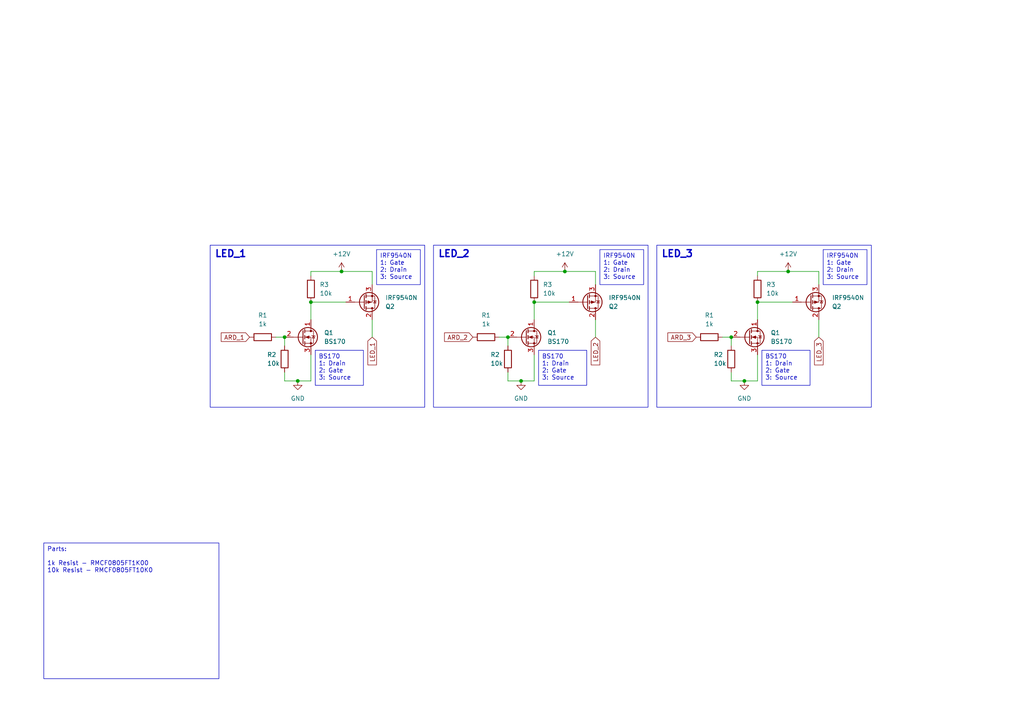
<source format=kicad_sch>
(kicad_sch (version 20230121) (generator eeschema)
  (paper "A4")
  (title_block (title "LED Stacklight Control Circuit") (rev "2") (company "Andrew McGhee"))
  (lib_symbols
    (symbol "Device:R" (pin_numbers hide) (pin_names (offset 0))
      (property "Reference" "R" (at 2.032 0 90))
      (property "Value" "R" (at 0 0 90))
      (symbol "R_0_1"
        (rectangle (start -1.016 -2.54) (end 1.016 2.54) (stroke (width 0.254)))
      )
      (symbol "R_1_1"
        (pin passive line (at 0 3.81 270) (length 1.27) (name "~") (number "1"))
        (pin passive line (at 0 -3.81 90) (length 1.27) (name "~") (number "2"))
      )
    )
    (symbol "Transistor_FET:BS170" (pin_names hide)
      (property "Reference" "Q" (at 5.08 1.905 0))
      (property "Value" "BS170" (at 5.08 0 0))
      (symbol "BS170_0_1"
        (polyline (pts (xy 0.254 0) (xy -2.54 0)))
        (polyline (pts (xy 0.254 1.905) (xy 0.254 -1.905)) (stroke (width 0.254)))
        (polyline (pts (xy 0.762 -1.27) (xy 0.762 -2.286)) (stroke (width 0.254)))
        (polyline (pts (xy 0.762 0.508) (xy 0.762 -0.508)) (stroke (width 0.254)))
        (polyline (pts (xy 0.762 2.286) (xy 0.762 1.27)) (stroke (width 0.254)))
        (polyline (pts (xy 2.54 2.54) (xy 2.54 1.778)))
        (polyline (pts (xy 2.54 -2.54) (xy 2.54 0) (xy 0.762 0)))
        (polyline (pts (xy 0.762 -1.778) (xy 3.302 -1.778) (xy 3.302 1.778) (xy 0.762 1.778)))
        (polyline (pts (xy 1.016 0) (xy 2.032 0.381) (xy 2.032 -0.381) (xy 1.016 0)) (fill (type outline)))
        (polyline (pts (xy 2.794 0.508) (xy 2.921 0.381) (xy 3.683 0.381) (xy 3.81 0.254)))
        (polyline (pts (xy 3.302 0.381) (xy 2.921 -0.254) (xy 3.683 -0.254) (xy 3.302 0.381)))
        (circle (center 1.651 0) (radius 2.794) (stroke (width 0.254)))
        (circle (center 2.54 -1.778) (radius 0.254) (fill (type outline)))
        (circle (center 2.54 1.778) (radius 0.254) (fill (type outline)))
      )
      (symbol "BS170_1_1"
        (pin passive line (at 2.54 5.08 270) (length 2.54) (name "D") (number "1"))
        (pin input line (at -5.08 0 0) (length 2.54) (name "G") (number "2"))
        (pin passive line (at 2.54 -5.08 90) (length 2.54) (name "S") (number "3"))
      )
    )
    (symbol "Transistor_FET:IRF9540N" (pin_names hide)
      (property "Reference" "Q" (at 5.08 1.905 0))
      (property "Value" "IRF9540N" (at 5.08 0 0))
      (symbol "IRF9540N_0_1"
        (polyline (pts (xy 0.254 0) (xy -2.54 0)))
        (polyline (pts (xy 0.254 1.905) (xy 0.254 -1.905)) (stroke (width 0.254)))
        (polyline (pts (xy 0.762 -1.27) (xy 0.762 -2.286)) (stroke (width 0.254)))
        (polyline (pts (xy 0.762 0.508) (xy 0.762 -0.508)) (stroke (width 0.254)))
        (polyline (pts (xy 0.762 2.286) (xy 0.762 1.27)) (stroke (width 0.254)))
        (polyline (pts (xy 2.54 2.54) (xy 2.54 1.778)))
        (polyline (pts (xy 2.54 -2.54) (xy 2.54 0) (xy 0.762 0)))
        (polyline (pts (xy 0.762 1.778) (xy 3.302 1.778) (xy 3.302 -1.778) (xy 0.762 -1.778)))
        (polyline (pts (xy 2.286 0) (xy 1.27 0.381) (xy 1.27 -0.381) (xy 2.286 0)) (fill (type outline)))
        (polyline (pts (xy 2.794 -0.508) (xy 2.921 -0.381) (xy 3.683 -0.381) (xy 3.81 -0.254)))
        (polyline (pts (xy 3.302 -0.381) (xy 2.921 0.254) (xy 3.683 0.254) (xy 3.302 -0.381)))
        (circle (center 1.651 0) (radius 2.794) (stroke (width 0.254)))
        (circle (center 2.54 -1.778) (radius 0.254) (fill (type outline)))
        (circle (center 2.54 1.778) (radius 0.254) (fill (type outline)))
      )
      (symbol "IRF9540N_1_1"
        (pin input line (at -5.08 0 0) (length 2.54) (name "G") (number "1"))
        (pin passive line (at 2.54 5.08 270) (length 2.54) (name "D") (number "2"))
        (pin passive line (at 2.54 -5.08 90) (length 2.54) (name "S") (number "3"))
      )
    )
    (symbol "power:+12V" (power) (pin_names (offset 0))
      (property "Value" "+12V" (at 0 3.556 0))
      (symbol "+12V_0_1"
        (polyline (pts (xy -0.762 1.27) (xy 0 2.54)))
        (polyline (pts (xy 0 0) (xy 0 2.54)))
        (polyline (pts (xy 0 2.54) (xy 0.762 1.27)))
      )
      (symbol "+12V_1_1"
        (pin power_in line (at 0 0 90) (length 0) hide (name "+12V") (number "1"))
      )
    )
    (symbol "power:GND" (power) (pin_names (offset 0))
      (property "Value" "GND" (at 0 -3.81 0))
      (symbol "GND_0_1"
        (polyline (pts (xy 0 0) (xy 0 -1.27) (xy 1.27 -1.27) (xy 0 -2.54) (xy -1.27 -1.27) (xy 0 -1.27)))
      )
      (symbol "GND_1_1"
        (pin power_in line (at 0 0 270) (length 0) hide (name "GND") (number "1"))
      )
    )
  )
  (junction (at 212.09 97.79))
  (junction (at 86.36 110.49))
  (junction (at 82.55 97.79))
  (junction (at 151.13 110.49))
  (junction (at 219.71 87.63))
  (junction (at 147.32 97.79))
  (junction (at 90.17 87.63))
  (junction (at 163.83 78.74))
  (junction (at 215.9 110.49))
  (junction (at 99.06 78.74))
  (junction (at 228.6 78.74))
  (junction (at 154.94 87.63))
  (wire (pts (xy 151.13 110.49) (xy 154.94 110.49)))
  (wire (pts (xy 228.6 78.74) (xy 219.71 78.74)))
  (wire (pts (xy 154.94 102.87) (xy 154.94 110.49)))
  (wire (pts (xy 163.83 78.74) (xy 154.94 78.74)))
  (wire (pts (xy 90.17 87.63) (xy 100.33 87.63)))
  (wire (pts (xy 80.01 97.79) (xy 82.55 97.79)))
  (wire (pts (xy 209.55 97.79) (xy 212.09 97.79)))
  (wire (pts (xy 90.17 87.63) (xy 90.17 92.71)))
  (wire (pts (xy 228.6 78.74) (xy 237.49 78.74)))
  (wire (pts (xy 154.94 87.63) (xy 154.94 92.71)))
  (wire (pts (xy 147.32 97.79) (xy 147.32 100.33)))
  (wire (pts (xy 82.55 107.95) (xy 82.55 110.49)))
  (wire (pts (xy 237.49 92.71) (xy 237.49 97.79)))
  (wire (pts (xy 99.06 78.74) (xy 90.17 78.74)))
  (wire (pts (xy 82.55 97.79) (xy 82.55 100.33)))
  (wire (pts (xy 147.32 107.95) (xy 147.32 110.49)))
  (wire (pts (xy 212.09 107.95) (xy 212.09 110.49)))
  (wire (pts (xy 154.94 87.63) (xy 165.1 87.63)))
  (wire (pts (xy 219.71 87.63) (xy 229.87 87.63)))
  (wire (pts (xy 212.09 110.49) (xy 215.9 110.49)))
  (wire (pts (xy 163.83 78.74) (xy 172.72 78.74)))
  (wire (pts (xy 219.71 78.74) (xy 219.71 80.01)))
  (wire (pts (xy 237.49 78.74) (xy 237.49 82.55)))
  (wire (pts (xy 99.06 78.74) (xy 107.95 78.74)))
  (wire (pts (xy 90.17 102.87) (xy 90.17 110.49)))
  (wire (pts (xy 107.95 92.71) (xy 107.95 97.79)))
  (wire (pts (xy 219.71 102.87) (xy 219.71 110.49)))
  (wire (pts (xy 215.9 110.49) (xy 219.71 110.49)))
  (wire (pts (xy 90.17 78.74) (xy 90.17 80.01)))
  (wire (pts (xy 172.72 92.71) (xy 172.72 97.79)))
  (wire (pts (xy 172.72 78.74) (xy 172.72 82.55)))
  (wire (pts (xy 144.78 97.79) (xy 147.32 97.79)))
  (wire (pts (xy 86.36 110.49) (xy 90.17 110.49)))
  (wire (pts (xy 82.55 110.49) (xy 86.36 110.49)))
  (wire (pts (xy 147.32 110.49) (xy 151.13 110.49)))
  (wire (pts (xy 219.71 87.63) (xy 219.71 92.71)))
  (wire (pts (xy 154.94 78.74) (xy 154.94 80.01)))
  (wire (pts (xy 212.09 97.79) (xy 212.09 100.33)))
  (wire (pts (xy 107.95 78.74) (xy 107.95 82.55)))
  (rectangle (start 60.96 71.12) (end 123.19 118.11))
  (rectangle (start 190.5 71.12) (end 252.73 118.11))
  (rectangle (start 125.73 71.12) (end 187.96 118.11))
  (text_box "BS170\n1: Drain\n2: Gate\n3: Source" (at 91.44 101.6 0) (size 13.97 10.16) (effects (font (size 1.27 1.27)) (justify left top)))
  (text_box "BS170\n1: Drain\n2: Gate\n3: Source" (at 220.98 101.6 0) (size 13.97 10.16) (effects (font (size 1.27 1.27)) (justify left top)))
  (text_box "IRF9540N\n1: Gate\n2: Drain\n3: Source" (at 109.22 72.39 0) (size 12.7 10.16) (effects (font (size 1.27 1.27)) (justify left top)))
  (text_box "IRF9540N\n1: Gate\n2: Drain\n3: Source" (at 238.76 72.39 0) (size 12.7 10.16) (effects (font (size 1.27 1.27)) (justify left top)))
  (text_box "BS170\n1: Drain\n2: Gate\n3: Source" (at 156.21 101.6 0) (size 13.97 10.16) (effects (font (size 1.27 1.27)) (justify left top)))
  (text_box "IRF9540N\n1: Gate\n2: Drain\n3: Source" (at 173.99 72.39 0) (size 12.7 10.16) (effects (font (size 1.27 1.27)) (justify left top)))
  (text_box "Parts: \n\n1k Resist - RMCF0805FT1K00\n10k Resist - RMCF0805FT10K0\n" (at 12.7 157.48 0) (size 50.8 39.37) (effects (font (size 1.27 1.27)) (justify left top)))
  (text "LED_3\n" (at 191.77 74.93 0) (effects (font (size 2 2) (thickness 0.4) bold) (justify left bottom)))
  (text "LED_1" (at 62.23 74.93 0) (effects (font (size 2 2) (thickness 0.4) bold) (justify left bottom)))
  (text "LED_2" (at 127 74.93 0) (effects (font (size 2 2) (thickness 0.4) bold) (justify left bottom)))
  (global_label "ARD_3" (shape input) (at 201.93 97.79 180) (property "Intersheetrefs" "${INTERSHEET_REFS}" (effects hide)))
  (global_label "LED_1" (shape input) (at 107.95 97.79 270) (property "Intersheetrefs" "${INTERSHEET_REFS}" (effects hide)))
  (global_label "ARD_1" (shape input) (at 72.39 97.79 180) (property "Intersheetrefs" "${INTERSHEET_REFS}" (effects hide)))
  (global_label "LED_3" (shape input) (at 237.49 97.79 270) (property "Intersheetrefs" "${INTERSHEET_REFS}" (effects hide)))
  (global_label "LED_2" (shape input) (at 172.72 97.79 270) (property "Intersheetrefs" "${INTERSHEET_REFS}" (effects hide)))
  (global_label "ARD_2" (shape input) (at 137.16 97.79 180) (property "Intersheetrefs" "${INTERSHEET_REFS}" (effects hide)))
  (symbol (lib_id "Device:R") (at 76.2 97.79 90) (unit 1)
    (property "Reference" "R1" (at 76.2 91.44 90))
    (property "Value" "1k" (at 76.2 93.98 90))
    (property "Footprint" "Resistor_SMD:R_0805_2012Metric_Pad1.20x1.40mm_HandSolder" (effects hide))
    (instances (project "StackLight_REV_2" (path "" (reference "R1") (unit 1)) (path "" (reference "R1") (unit 1))) (project "StackLight" (path "" (reference "R2") (unit 1)) (path "" (reference "R2") (unit 1))))
  )
  (symbol (lib_id "Device:R") (at 82.55 104.14 180) (unit 1)
    (property "Reference" "R2" (at 77.47 102.87 0) (effects (justify right)))
    (property "Value" "10k" (at 77.47 105.41 0) (effects (justify right)))
    (property "Footprint" "Resistor_SMD:R_0805_2012Metric_Pad1.20x1.40mm_HandSolder" (effects hide))
    (instances (project "StackLight_REV_2" (path "" (reference "R2") (unit 1)) (path "" (reference "R2") (unit 1))) (project "StackLight" (path "" (reference "R3") (unit 1)) (path "" (reference "R3") (unit 1))))
  )
  (symbol (lib_id "Device:R") (at 147.32 104.14 180) (unit 1)
    (property "Reference" "R2" (at 142.24 102.87 0) (effects (justify right)))
    (property "Value" "10k" (at 142.24 105.41 0) (effects (justify right)))
    (property "Footprint" "Resistor_SMD:R_0805_2012Metric_Pad1.20x1.40mm_HandSolder" (effects hide))
    (instances (project "StackLight_REV_2" (path "" (reference "R2") (unit 1)) (path "" (reference "R5") (unit 1))) (project "StackLight" (path "" (reference "R3") (unit 1)) (path "" (reference "R3") (unit 1))))
  )
  (symbol (lib_id "Device:R") (at 154.94 83.82 0) (unit 1)
    (property "Reference" "R3" (at 157.48 82.55 0) (effects (justify left)))
    (property "Value" "10k" (at 157.48 85.09 0) (effects (justify left)))
    (property "Footprint" "Resistor_SMD:R_0805_2012Metric_Pad1.20x1.40mm_HandSolder" (effects hide))
    (instances (project "StackLight_REV_2" (path "" (reference "R3") (unit 1)) (path "" (reference "R6") (unit 1))) (project "StackLight" (path "" (reference "R1") (unit 1)) (path "" (reference "R1") (unit 1))))
  )
  (symbol (lib_id "Transistor_FET:IRF9540N") (at 234.95 87.63 0) (mirror x) (unit 1)
    (property "Reference" "Q2" (at 241.3 88.9 0) (effects (justify left)))
    (property "Value" "IRF9540N" (at 241.3 86.36 0) (effects (justify left)))
    (property "Footprint" "Package_TO_SOT_THT:TO-220-3_Vertical" (effects hide))
    (property "Datasheet" "http://www.irf.com/product-info/datasheets/data/irf9540n.pdf" (effects hide))
    (instances (project "StackLight_REV_2" (path "" (reference "Q2") (unit 1)) (path "" (reference "Q6") (unit 1))) (project "StackLight" (path "" (reference "Q1") (unit 1)) (path "" (reference "Q2") (unit 1))))
  )
  (symbol (lib_id "Transistor_FET:IRF9540N") (at 170.18 87.63 0) (mirror x) (unit 1)
    (property "Reference" "Q2" (at 176.53 88.9 0) (effects (justify left)))
    (property "Value" "IRF9540N" (at 176.53 86.36 0) (effects (justify left)))
    (property "Footprint" "Package_TO_SOT_THT:TO-220-3_Vertical" (effects hide))
    (property "Datasheet" "http://www.irf.com/product-info/datasheets/data/irf9540n.pdf" (effects hide))
    (instances (project "StackLight_REV_2" (path "" (reference "Q2") (unit 1)) (path "" (reference "Q4") (unit 1))) (project "StackLight" (path "" (reference "Q1") (unit 1)) (path "" (reference "Q2") (unit 1))))
  )
  (symbol (lib_id "power:GND") (at 151.13 110.49 0) (unit 1)
    (property "Reference" "#PWR01" (effects hide))
    (property "Value" "GND" (at 151.13 115.57 0))
    (instances (project "StackLight_REV_2" (path "" (reference "#PWR01") (unit 1)) (path "" (reference "#PWR03") (unit 1))) (project "StackLight" (path "" (reference "#PWR01") (unit 1)) (path "" (reference "#PWR01") (unit 1))))
  )
  (symbol (lib_id "Transistor_FET:BS170") (at 152.4 97.79 0) (unit 1)
    (property "Reference" "Q1" (at 158.75 96.52 0) (effects (justify left)))
    (property "Value" "BS170" (at 158.75 99.06 0) (effects (justify left)))
    (property "Footprint" "Package_TO_SOT_THT:TO-92_Inline" (effects hide))
    (property "Datasheet" "https://www.onsemi.com/pub/Collateral/BS170-D.PDF" (effects hide))
    (instances (project "StackLight_REV_2" (path "" (reference "Q1") (unit 1)) (path "" (reference "Q3") (unit 1))) (project "StackLight" (path "" (reference "Q4") (unit 1)) (path "" (reference "Q1") (unit 1))))
  )
  (symbol (lib_id "power:GND") (at 215.9 110.49 0) (unit 1)
    (property "Reference" "#PWR01" (effects hide))
    (property "Value" "GND" (at 215.9 115.57 0))
    (instances (project "StackLight_REV_2" (path "" (reference "#PWR01") (unit 1)) (path "" (reference "#PWR05") (unit 1))) (project "StackLight" (path "" (reference "#PWR01") (unit 1)) (path "" (reference "#PWR01") (unit 1))))
  )
  (symbol (lib_id "power:GND") (at 86.36 110.49 0) (unit 1)
    (property "Reference" "#PWR01" (effects hide))
    (property "Value" "GND" (at 86.36 115.57 0))
  )
  (symbol (lib_id "power:+12V") (at 228.6 78.74 0) (unit 1)
    (property "Reference" "#PWR02" (effects hide))
    (property "Value" "+12V" (at 228.6 73.66 0))
    (instances (project "StackLight_REV_2" (path "" (reference "#PWR02") (unit 1)) (path "" (reference "#PWR06") (unit 1))) (project "StackLight" (path "" (reference "#PWR02") (unit 1)) (path "" (reference "#PWR02") (unit 1))))
  )
  (symbol (lib_id "power:+12V") (at 99.06 78.74 0) (unit 1)
    (property "Reference" "#PWR02" (effects hide))
    (property "Value" "+12V" (at 99.06 73.66 0))
  )
  (symbol (lib_id "power:+12V") (at 163.83 78.74 0) (unit 1)
    (property "Reference" "#PWR02" (effects hide))
    (property "Value" "+12V" (at 163.83 73.66 0))
    (instances (project "StackLight_REV_2" (path "" (reference "#PWR02") (unit 1)) (path "" (reference "#PWR04") (unit 1))) (project "StackLight" (path "" (reference "#PWR02") (unit 1)) (path "" (reference "#PWR02") (unit 1))))
  )
  (symbol (lib_id "Device:R") (at 90.17 83.82 0) (unit 1)
    (property "Reference" "R3" (at 92.71 82.55 0) (effects (justify left)))
    (property "Value" "10k" (at 92.71 85.09 0) (effects (justify left)))
    (property "Footprint" "Resistor_SMD:R_0805_2012Metric_Pad1.20x1.40mm_HandSolder" (effects hide))
    (instances (project "StackLight_REV_2" (path "" (reference "R3") (unit 1)) (path "" (reference "R3") (unit 1))) (project "StackLight" (path "" (reference "R1") (unit 1)) (path "" (reference "R1") (unit 1))))
  )
  (symbol (lib_id "Transistor_FET:BS170") (at 87.63 97.79 0) (unit 1)
    (property "Reference" "Q1" (at 93.98 96.52 0) (effects (justify left)))
    (property "Value" "BS170" (at 93.98 99.06 0) (effects (justify left)))
    (property "Footprint" "Package_TO_SOT_THT:TO-92_Inline" (effects hide))
    (property "Datasheet" "https://www.onsemi.com/pub/Collateral/BS170-D.PDF" (effects hide))
    (instances (project "StackLight_REV_2" (path "" (reference "Q1") (unit 1)) (path "" (reference "Q1") (unit 1))) (project "StackLight" (path "" (reference "Q4") (unit 1)) (path "" (reference "Q1") (unit 1))))
  )
  (symbol (lib_id "Device:R") (at 219.71 83.82 0) (unit 1)
    (property "Reference" "R3" (at 222.25 82.55 0) (effects (justify left)))
    (property "Value" "10k" (at 222.25 85.09 0) (effects (justify left)))
    (property "Footprint" "Resistor_SMD:R_0805_2012Metric_Pad1.20x1.40mm_HandSolder" (effects hide))
    (instances (project "StackLight_REV_2" (path "" (reference "R3") (unit 1)) (path "" (reference "R9") (unit 1))) (project "StackLight" (path "" (reference "R1") (unit 1)) (path "" (reference "R1") (unit 1))))
  )
  (symbol (lib_id "Device:R") (at 212.09 104.14 180) (unit 1)
    (property "Reference" "R2" (at 207.01 102.87 0) (effects (justify right)))
    (property "Value" "10k" (at 207.01 105.41 0) (effects (justify right)))
    (property "Footprint" "Resistor_SMD:R_0805_2012Metric_Pad1.20x1.40mm_HandSolder" (effects hide))
    (instances (project "StackLight_REV_2" (path "" (reference "R2") (unit 1)) (path "" (reference "R8") (unit 1))) (project "StackLight" (path "" (reference "R3") (unit 1)) (path "" (reference "R3") (unit 1))))
  )
  (symbol (lib_id "Device:R") (at 140.97 97.79 90) (unit 1)
    (property "Reference" "R1" (at 140.97 91.44 90))
    (property "Value" "1k" (at 140.97 93.98 90))
    (property "Footprint" "Resistor_SMD:R_0805_2012Metric_Pad1.20x1.40mm_HandSolder" (effects hide))
    (instances (project "StackLight_REV_2" (path "" (reference "R1") (unit 1)) (path "" (reference "R4") (unit 1))) (project "StackLight" (path "" (reference "R2") (unit 1)) (path "" (reference "R2") (unit 1))))
  )
  (symbol (lib_id "Transistor_FET:BS170") (at 217.17 97.79 0) (unit 1)
    (property "Reference" "Q1" (at 223.52 96.52 0) (effects (justify left)))
    (property "Value" "BS170" (at 223.52 99.06 0) (effects (justify left)))
    (property "Footprint" "Package_TO_SOT_THT:TO-92_Inline" (effects hide))
    (property "Datasheet" "https://www.onsemi.com/pub/Collateral/BS170-D.PDF" (effects hide))
    (instances (project "StackLight_REV_2" (path "" (reference "Q1") (unit 1)) (path "" (reference "Q5") (unit 1))) (project "StackLight" (path "" (reference "Q4") (unit 1)) (path "" (reference "Q1") (unit 1))))
  )
  (symbol (lib_id "Device:R") (at 205.74 97.79 90) (unit 1)
    (property "Reference" "R1" (at 205.74 91.44 90))
    (property "Value" "1k" (at 205.74 93.98 90))
    (property "Footprint" "Resistor_SMD:R_0805_2012Metric_Pad1.20x1.40mm_HandSolder" (effects hide))
    (instances (project "StackLight_REV_2" (path "" (reference "R1") (unit 1)) (path "" (reference "R7") (unit 1))) (project "StackLight" (path "" (reference "R2") (unit 1)) (path "" (reference "R2") (unit 1))))
  )
  (symbol (lib_id "Transistor_FET:IRF9540N") (at 105.41 87.63 0) (mirror x) (unit 1)
    (property "Reference" "Q2" (at 111.76 88.9 0) (effects (justify left)))
    (property "Value" "IRF9540N" (at 111.76 86.36 0) (effects (justify left)))
    (property "Footprint" "Package_TO_SOT_THT:TO-220-3_Vertical" (effects hide))
    (property "Datasheet" "http://www.irf.com/product-info/datasheets/data/irf9540n.pdf" (effects hide))
    (instances (project "StackLight_REV_2" (path "" (reference "Q2") (unit 1)) (path "" (reference "Q2") (unit 1))) (project "StackLight" (path "" (reference "Q1") (unit 1)) (path "" (reference "Q2") (unit 1))))
  )
)
</source>
